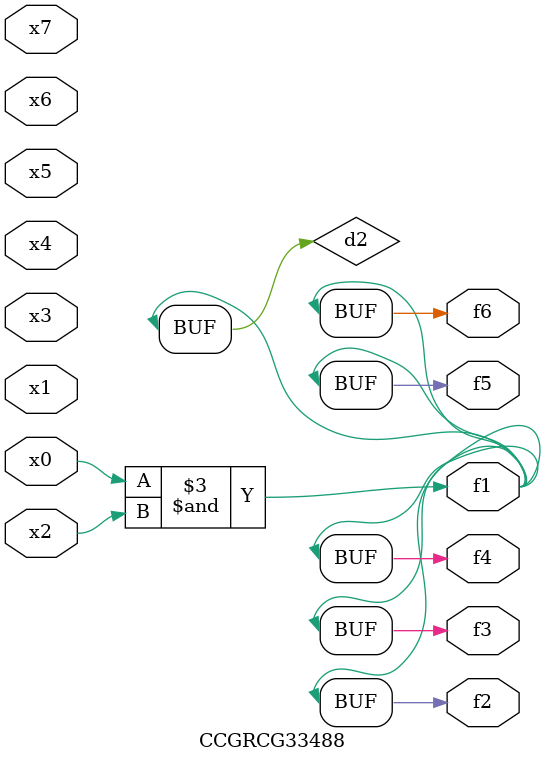
<source format=v>
module CCGRCG33488(
	input x0, x1, x2, x3, x4, x5, x6, x7,
	output f1, f2, f3, f4, f5, f6
);

	wire d1, d2;

	nor (d1, x3, x6);
	and (d2, x0, x2);
	assign f1 = d2;
	assign f2 = d2;
	assign f3 = d2;
	assign f4 = d2;
	assign f5 = d2;
	assign f6 = d2;
endmodule

</source>
